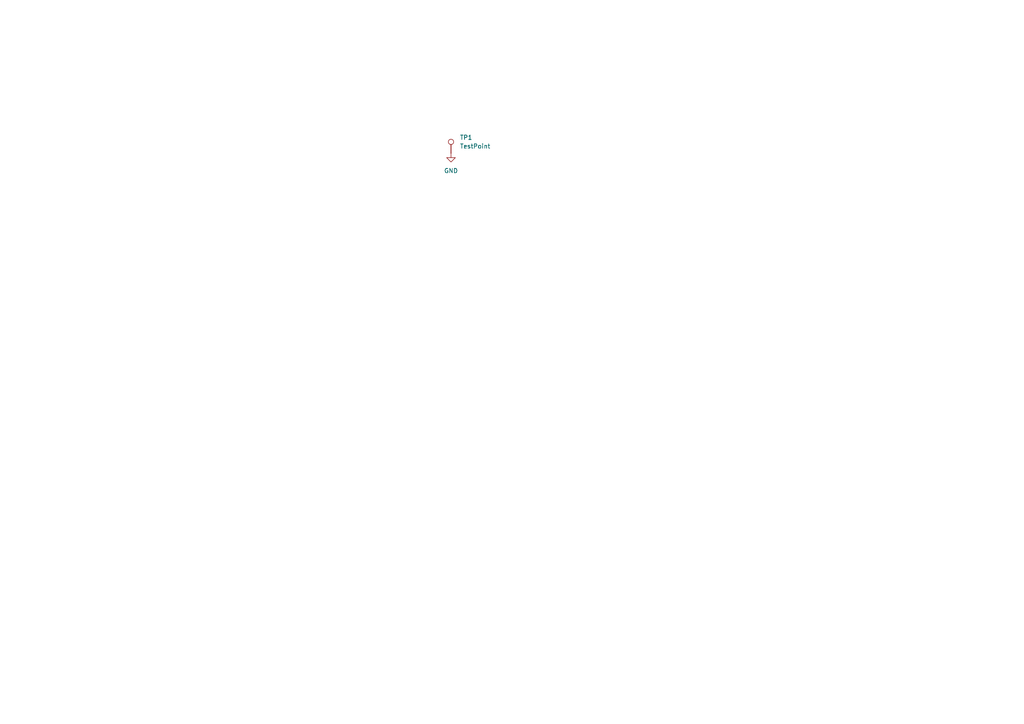
<source format=kicad_sch>
(kicad_sch (version 20230121) (generator eeschema)
  (paper "A4")
  (lib_symbols
    (symbol "Connector:TestPoint" (pin_numbers hide) (pin_names (offset 0.762) hide)
      (property "Reference" "TP" (at 0 6.858 0))
      (property "Value" "TestPoint" (at 0 5.08 0))
      (symbol "TestPoint_0_1"
        (circle (center 0 3.302) (radius 0.762))
      )
      (symbol "TestPoint_1_1"
        (pin passive line (at 0 0 90) (length 2.54) (name "1") (number "1"))
      )
    )
    (symbol "power:GND" (power) (pin_names (offset 0))
      (property "Value" "GND" (at 0 -3.81 0))
      (symbol "GND_0_1"
        (polyline (pts (xy 0 0) (xy 0 -1.27) (xy 1.27 -1.27) (xy 0 -2.54) (xy -1.27 -1.27) (xy 0 -1.27)))
      )
      (symbol "GND_1_1"
        (pin power_in line (at 0 0 270) (length 0) hide (name "GND") (number "1"))
      )
    )
  )
  (symbol (lib_id "power:GND") (at 130.81 44.45 0) (unit 1)
    (property "Reference" "#PWR01" (effects hide))
    (property "Value" "GND" (at 130.81 49.53 0))
  )
  (symbol (lib_id "Connector:TestPoint") (at 130.81 44.45 0) (unit 1)
    (property "Reference" "TP1" (at 133.35 39.878 0) (effects (justify left)))
    (property "Value" "TestPoint" (at 133.35 42.418 0) (effects (justify left)))
    (property "Footprint" "TestPoint:TestPoint_THTPad_D1.0mm_Drill0.5mm" (effects hide))
  )
)
</source>
